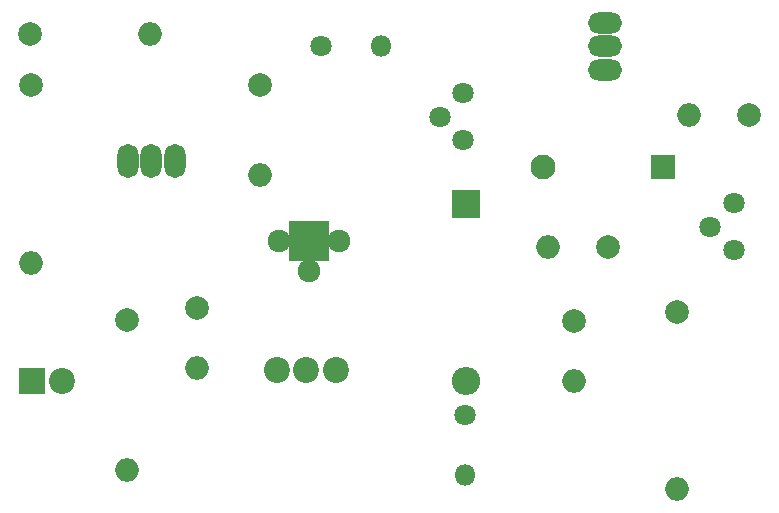
<source format=gbr>
G04 #@! TF.FileFunction,Soldermask,Top*
%FSLAX46Y46*%
G04 Gerber Fmt 4.6, Leading zero omitted, Abs format (unit mm)*
G04 Created by KiCad (PCBNEW 4.0.5) date 06/09/17 00:57:21*
%MOMM*%
%LPD*%
G01*
G04 APERTURE LIST*
%ADD10C,0.100000*%
%ADD11C,2.000000*%
%ADD12O,2.000000X2.000000*%
%ADD13R,2.400000X2.400000*%
%ADD14O,2.400000X2.400000*%
%ADD15C,2.099260*%
%ADD16R,2.099260X2.099260*%
%ADD17R,2.200000X2.200000*%
%ADD18C,2.200000*%
%ADD19C,1.924000*%
%ADD20R,3.400000X3.400000*%
%ADD21O,1.800000X2.900000*%
%ADD22O,2.900000X1.800000*%
%ADD23C,1.800000*%
%ADD24O,1.800000X1.800000*%
G04 APERTURE END LIST*
D10*
D11*
X76476860Y-67068700D03*
D12*
X76476860Y-82068700D03*
D13*
X113280000Y-77090000D03*
D14*
X113280000Y-92090000D03*
D11*
X131130000Y-86230000D03*
D12*
X131130000Y-101230000D03*
D15*
X119809480Y-73962540D03*
D16*
X129969480Y-73962540D03*
D17*
X76545440Y-92118180D03*
D18*
X79085440Y-92118180D03*
D19*
X102481380Y-80256380D03*
X97401380Y-80256380D03*
X99941380Y-82796380D03*
D20*
X99941380Y-80256380D03*
D21*
X86629240Y-73469500D03*
X88629240Y-73469500D03*
X84629240Y-73469500D03*
D22*
X125060000Y-63760000D03*
X125060000Y-65760000D03*
X125060000Y-61760000D03*
D23*
X133930000Y-79030000D03*
X135930000Y-81030000D03*
X135930000Y-77030000D03*
D11*
X76390500Y-62727840D03*
D12*
X86550500Y-62727840D03*
D11*
X84602320Y-86939120D03*
D12*
X84602320Y-99639120D03*
D11*
X95811340Y-67022980D03*
D12*
X95811340Y-74642980D03*
D11*
X125260000Y-80720000D03*
D12*
X120180000Y-80720000D03*
D23*
X113230000Y-94980000D03*
D24*
X113230000Y-100060000D03*
D11*
X122420000Y-87030000D03*
D12*
X122420000Y-92110000D03*
D11*
X90457020Y-85925660D03*
D12*
X90457020Y-91005660D03*
D11*
X137240000Y-69570000D03*
D12*
X132160000Y-69570000D03*
D23*
X100990000Y-63740000D03*
D24*
X106070000Y-63740000D03*
D18*
X102260000Y-91120000D03*
X99760000Y-91120000D03*
X97260000Y-91120000D03*
D23*
X111030000Y-69720000D03*
X113030000Y-71720000D03*
X113030000Y-67720000D03*
M02*

</source>
